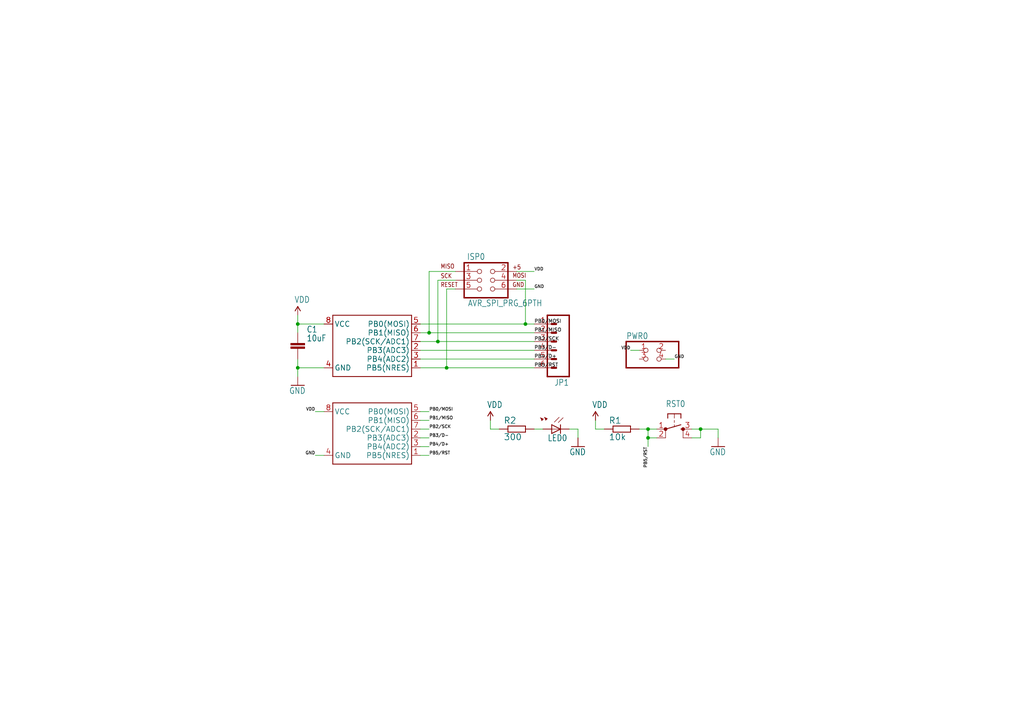
<source format=kicad_sch>
(kicad_sch (version 20250114) (generator "eeschema") (generator_version "9.0")
  (paper "A4")
  (lib_symbols
    (symbol "ATtiny prog board-eagle-import:ATTINY45TINY85-20-DIP"
      (symbol "ATTINY45TINY85-20-DIP_1_0"
        (polyline (pts (xy -12.7 10.16) (xy 10.16 10.16)) (stroke (width 0.254)))
        (polyline (pts (xy -12.7 -7.62) (xy -12.7 10.16)) (stroke (width 0.254)))
        (polyline (pts (xy 10.16 10.16) (xy 10.16 -7.62)) (stroke (width 0.254)))
        (polyline (pts (xy 10.16 -7.62) (xy -12.7 -7.62)) (stroke (width 0.254)))
        (pin bidirectional line (at -15.24 7.62 0) (length 2.54) (name "VCC") (number "8"))
        (pin bidirectional line (at -15.24 -5.08 0) (length 2.54) (name "GND") (number "4"))
        (pin bidirectional line (at 12.7 7.62 180) (length 2.54) (name "PB0(MOSI)") (number "5"))
        (pin bidirectional line (at 12.7 5.08 180) (length 2.54) (name "PB1(MISO)") (number "6"))
        (pin bidirectional line (at 12.7 2.54 180) (length 2.54) (name "PB2(SCK/ADC1)") (number "7"))
        (pin bidirectional line (at 12.7 0 180) (length 2.54) (name "PB3(ADC3)") (number "2"))
        (pin bidirectional line (at 12.7 -2.54 180) (length 2.54) (name "PB4(ADC2)") (number "3"))
        (pin bidirectional line (at 12.7 -5.08 180) (length 2.54) (name "PB5(NRES)") (number "1"))
      )
    )
    (symbol "ATtiny prog board-eagle-import:ATTINY45TINY85-20-SMT"
      (symbol "ATTINY45TINY85-20-SMT_1_0"
        (polyline (pts (xy -12.7 10.16) (xy 10.16 10.16)) (stroke (width 0.254)))
        (polyline (pts (xy -12.7 -7.62) (xy -12.7 10.16)) (stroke (width 0.254)))
        (polyline (pts (xy 10.16 10.16) (xy 10.16 -7.62)) (stroke (width 0.254)))
        (polyline (pts (xy 10.16 -7.62) (xy -12.7 -7.62)) (stroke (width 0.254)))
        (pin bidirectional line (at -15.24 7.62 0) (length 2.54) (name "VCC") (number "8"))
        (pin bidirectional line (at -15.24 -5.08 0) (length 2.54) (name "GND") (number "4"))
        (pin bidirectional line (at 12.7 7.62 180) (length 2.54) (name "PB0(MOSI)") (number "5"))
        (pin bidirectional line (at 12.7 5.08 180) (length 2.54) (name "PB1(MISO)") (number "6"))
        (pin bidirectional line (at 12.7 2.54 180) (length 2.54) (name "PB2(SCK/ADC1)") (number "7"))
        (pin bidirectional line (at 12.7 0 180) (length 2.54) (name "PB3(ADC3)") (number "2"))
        (pin bidirectional line (at 12.7 -2.54 180) (length 2.54) (name "PB4(ADC2)") (number "3"))
        (pin bidirectional line (at 12.7 -5.08 180) (length 2.54) (name "PB5(NRES)") (number "1"))
      )
    )
    (symbol "ATtiny prog board-eagle-import:AVR_SPI_PRG_6PTH"
      (property "Reference" "J" (at -4.318 5.842 0))
      (symbol "AVR_SPI_PRG_6PTH_1_0"
        (polyline (pts (xy -5.08 5.08) (xy -5.08 -5.08)) (stroke (width 0.4064)))
        (polyline (pts (xy -5.08 -5.08) (xy 7.62 -5.08)) (stroke (width 0.4064)))
        (polyline (pts (xy 7.62 5.08) (xy -5.08 5.08)) (stroke (width 0.4064)))
        (polyline (pts (xy 7.62 -5.08) (xy 7.62 5.08)) (stroke (width 0.4064)))
        (text "MISO" (at -11.938 3.302 0) (effects (font (size 1.27 1.0795)) (justify left bottom)))
        (text "SCK" (at -11.938 0.508 0) (effects (font (size 1.27 1.0795)) (justify left bottom)))
        (text "RESET" (at -11.938 -2.032 0) (effects (font (size 1.27 1.0795)) (justify left bottom)))
        (text "+5" (at 8.89 3.048 0) (effects (font (size 1.27 1.0795)) (justify left bottom)))
        (text "MOSI" (at 8.89 0.635 0) (effects (font (size 1.27 1.0795)) (justify left bottom)))
        (text "GND" (at 8.89 -2.032 0) (effects (font (size 1.27 1.0795)) (justify left bottom)))
        (pin passive inverted (at -7.62 2.54 0) (length 7.62) (name "1") (number "1"))
        (pin passive inverted (at -7.62 0 0) (length 7.62) (name "3") (number "3"))
        (pin passive inverted (at -7.62 -2.54 0) (length 7.62) (name "5") (number "5"))
        (pin passive inverted (at 10.16 2.54 180) (length 7.62) (name "2") (number "2"))
        (pin passive inverted (at 10.16 0 180) (length 7.62) (name "4") (number "4"))
        (pin passive inverted (at 10.16 -2.54 180) (length 7.62) (name "6") (number "6"))
      )
    )
    (symbol "ATtiny prog board-eagle-import:CAPACITOR_NPOL-0805"
      (property "Reference" "C" (at 2.54 5.08 0))
      (symbol "CAPACITOR_NPOL-0805_1_0"
        (rectangle (start -2.032 1.524) (end 2.032 2.032) (fill (type outline)))
        (rectangle (start -2.032 0.508) (end 2.032 1.016) (fill (type outline)))
        (polyline (pts (xy 0 2.54) (xy 0 2.032)) (stroke (width 0.1524)))
        (polyline (pts (xy 0 0) (xy 0 0.508)) (stroke (width 0.1524)))
        (pin passive line (at 0 5.08 270) (length 2.54) (name "1") (number "1"))
        (pin passive line (at 0 -2.54 90) (length 2.54) (name "2") (number "2"))
      )
    )
    (symbol "ATtiny prog board-eagle-import:GND" (power)
      (symbol "GND_1_0"
        (polyline (pts (xy -1.905 0) (xy 1.905 0)) (stroke (width 0.254)))
        (pin power_in line (at 0 2.54 270) (length 2.54) (name "GND") (number "1"))
      )
    )
    (symbol "ATtiny prog board-eagle-import:LED-0603"
      (property "Reference" "LED" (at 3.556 -4.572 90))
      (symbol "LED-0603_1_0"
        (polyline (pts (xy -3.429 2.159) (xy -3.048 1.27) (xy -2.54 1.778)) (stroke (width 0.1524)) (fill (type outline)))
        (polyline (pts (xy -3.302 3.302) (xy -2.921 2.413) (xy -2.413 2.921)) (stroke (width 0.1524)) (fill (type outline)))
        (polyline (pts (xy -2.032 -0.762) (xy -3.429 -2.159)) (stroke (width 0.1524)))
        (polyline (pts (xy -1.905 -1.905) (xy -3.302 -3.302)) (stroke (width 0.1524)))
        (polyline (pts (xy 0 0) (xy -1.27 0)) (stroke (width 0.254)))
        (polyline (pts (xy 0 0) (xy 0 -2.54)) (stroke (width 0.1524)))
        (polyline (pts (xy 0 -2.54) (xy -1.27 0)) (stroke (width 0.254)))
        (polyline (pts (xy 0 -2.54) (xy -1.27 -2.54)) (stroke (width 0.254)))
        (polyline (pts (xy 1.27 0) (xy 0 0)) (stroke (width 0.254)))
        (polyline (pts (xy 1.27 0) (xy 0 -2.54)) (stroke (width 0.254)))
        (polyline (pts (xy 1.27 -2.54) (xy 0 -2.54)) (stroke (width 0.254)))
        (pin passive line (at 0 2.54 270) (length 2.54) (name "A") (number "A"))
        (pin passive line (at 0 -5.08 90) (length 2.54) (name "C") (number "C"))
      )
    )
    (symbol "ATtiny prog board-eagle-import:M06SILK_FEMALE_PTH"
      (property "Reference" "JP" (at -5.08 10.922 0))
      (symbol "M06SILK_FEMALE_PTH_1_0"
        (polyline (pts (xy -5.08 10.16) (xy -5.08 -7.62)) (stroke (width 0.4064)))
        (polyline (pts (xy -5.08 10.16) (xy 1.27 10.16)) (stroke (width 0.4064)))
        (polyline (pts (xy -1.27 7.62) (xy 0 7.62)) (stroke (width 0.6096)))
        (polyline (pts (xy -1.27 5.08) (xy 0 5.08)) (stroke (width 0.6096)))
        (polyline (pts (xy -1.27 2.54) (xy 0 2.54)) (stroke (width 0.6096)))
        (polyline (pts (xy -1.27 0) (xy 0 0)) (stroke (width 0.6096)))
        (polyline (pts (xy -1.27 -2.54) (xy 0 -2.54)) (stroke (width 0.6096)))
        (polyline (pts (xy -1.27 -5.08) (xy 0 -5.08)) (stroke (width 0.6096)))
        (polyline (pts (xy 1.27 -7.62) (xy -5.08 -7.62)) (stroke (width 0.4064)))
        (polyline (pts (xy 1.27 -7.62) (xy 1.27 10.16)) (stroke (width 0.4064)))
        (pin passive line (at 5.08 7.62 180) (length 5.08) (name "6") (number "6"))
        (pin passive line (at 5.08 5.08 180) (length 5.08) (name "5") (number "5"))
        (pin passive line (at 5.08 2.54 180) (length 5.08) (name "4") (number "4"))
        (pin passive line (at 5.08 0 180) (length 5.08) (name "3") (number "3"))
        (pin passive line (at 5.08 -2.54 180) (length 5.08) (name "2") (number "2"))
        (pin passive line (at 5.08 -5.08 180) (length 5.08) (name "1") (number "1"))
      )
    )
    (symbol "ATtiny prog board-eagle-import:PINHD-2X2"
      (property "Reference" "JP" (at -8.89 5.715 0))
      (symbol "PINHD-2X2_1_0"
        (polyline (pts (xy -8.89 5.08) (xy -8.89 -2.54)) (stroke (width 0.4064)))
        (polyline (pts (xy -8.89 -2.54) (xy 6.35 -2.54)) (stroke (width 0.4064)))
        (polyline (pts (xy 6.35 5.08) (xy -8.89 5.08)) (stroke (width 0.4064)))
        (polyline (pts (xy 6.35 -2.54) (xy 6.35 5.08)) (stroke (width 0.4064)))
        (pin passive inverted (at -5.08 2.54 0) (length 2.54) (name "1") (number "1"))
        (pin passive inverted (at -5.08 0 0) (length 2.54) (name "3") (number "3"))
        (pin passive inverted (at 2.54 2.54 180) (length 2.54) (name "2") (number "2"))
        (pin passive inverted (at 2.54 0 180) (length 2.54) (name "4") (number "4"))
      )
    )
    (symbol "ATtiny prog board-eagle-import:RESISTOR-0603"
      (property "Reference" "R" (at -3.81 1.4986 0))
      (symbol "RESISTOR-0603_1_0"
        (polyline (pts (xy -2.54 -0.889) (xy -2.54 0.889)) (stroke (width 0.254)))
        (polyline (pts (xy -2.54 -0.889) (xy 2.54 -0.889)) (stroke (width 0.254)))
        (polyline (pts (xy 2.54 0.889) (xy -2.54 0.889)) (stroke (width 0.254)))
        (polyline (pts (xy 2.54 -0.889) (xy 2.54 0.889)) (stroke (width 0.254)))
        (pin passive line (at -5.08 0 0) (length 2.54) (name "1") (number "1"))
        (pin passive line (at 5.08 0 180) (length 2.54) (name "2") (number "2"))
      )
    )
    (symbol "ATtiny prog board-eagle-import:TAC_SWITCHPTH"
      (property "Reference" "S" (at -2.54 6.35 0))
      (symbol "TAC_SWITCHPTH_1_0"
        (circle (center -2.54 0) (radius 0.127) (stroke (width 0.4064)))
        (polyline (pts (xy -2.54 0) (xy 1.905 1.27)) (stroke (width 0.254)))
        (polyline (pts (xy -2.54 -2.54) (xy -2.54 0)) (stroke (width 0.1524)))
        (polyline (pts (xy -1.905 4.445) (xy -1.905 3.175)) (stroke (width 0.254)))
        (polyline (pts (xy 0 4.445) (xy -1.905 4.445)) (stroke (width 0.254)))
        (polyline (pts (xy 0 4.445) (xy 0 3.175)) (stroke (width 0.1524)))
        (polyline (pts (xy 0 2.54) (xy 0 1.905)) (stroke (width 0.1524)))
        (polyline (pts (xy 0 1.27) (xy 0 0.635)) (stroke (width 0.1524)))
        (polyline (pts (xy 1.905 4.445) (xy 0 4.445)) (stroke (width 0.254)))
        (polyline (pts (xy 1.905 4.445) (xy 1.905 3.175)) (stroke (width 0.254)))
        (polyline (pts (xy 1.905 0) (xy 2.54 0)) (stroke (width 0.254)))
        (circle (center 2.54 0) (radius 0.127) (stroke (width 0.4064)))
        (polyline (pts (xy 2.54 -2.54) (xy 2.54 0)) (stroke (width 0.1524)))
        (pin passive line (at -5.08 0 0) (length 2.54) (name "1") (number "1"))
        (pin passive line (at -5.08 -2.54 0) (length 2.54) (name "2") (number "2"))
        (pin passive line (at 5.08 0 180) (length 2.54) (name "3") (number "3"))
        (pin passive line (at 5.08 -2.54 180) (length 2.54) (name "4") (number "4"))
      )
    )
    (symbol "ATtiny prog board-eagle-import:VDD" (power)
      (symbol "VDD_1_0"
        (polyline (pts (xy 0 2.54) (xy -0.762 1.27)) (stroke (width 0.254)))
        (polyline (pts (xy 0.762 1.27) (xy 0 2.54)) (stroke (width 0.254)))
        (pin power_in line (at 0 0 90) (length 2.54) (name "VDD") (number "1"))
      )
    )
  )
  (junction (at 86.36 106.68))
  (junction (at 127 99.06))
  (junction (at 187.96 124.46))
  (junction (at 86.36 93.98))
  (junction (at 124.46 96.52))
  (junction (at 203.2 124.46))
  (junction (at 187.96 127))
  (junction (at 129.54 106.68))
  (junction (at 152.4 93.98))
  (wire (pts (xy 187.96 124.46) (xy 190.5 124.46)) (stroke (width 0.1524)))
  (wire (pts (xy 121.92 127) (xy 124.46 127)) (stroke (width 0.1524)))
  (wire (pts (xy 203.2 124.46) (xy 208.28 124.46)) (stroke (width 0.1524)))
  (wire (pts (xy 121.92 132.08) (xy 124.46 132.08)) (stroke (width 0.1524)))
  (wire (pts (xy 149.86 78.74) (xy 154.94 78.74)) (stroke (width 0.1524)))
  (wire (pts (xy 121.92 119.38) (xy 124.46 119.38)) (stroke (width 0.1524)))
  (wire (pts (xy 149.86 81.28) (xy 152.4 81.28)) (stroke (width 0.1524)))
  (wire (pts (xy 127 99.06) (xy 121.92 99.06)) (stroke (width 0.1524)))
  (wire (pts (xy 132.08 83.82) (xy 129.54 83.82)) (stroke (width 0.1524)))
  (wire (pts (xy 127 81.28) (xy 127 99.06)) (stroke (width 0.1524)))
  (wire (pts (xy 121.92 121.92) (xy 124.46 121.92)) (stroke (width 0.1524)))
  (wire (pts (xy 132.08 78.74) (xy 124.46 78.74)) (stroke (width 0.1524)))
  (wire (pts (xy 152.4 93.98) (xy 121.92 93.98)) (stroke (width 0.1524)))
  (wire (pts (xy 187.96 127) (xy 187.96 124.46)) (stroke (width 0.1524)))
  (wire (pts (xy 144.78 124.46) (xy 142.24 124.46)) (stroke (width 0.1524)))
  (wire (pts (xy 132.08 81.28) (xy 127 81.28)) (stroke (width 0.1524)))
  (wire (pts (xy 187.96 127) (xy 187.96 129.54)) (stroke (width 0.1524)))
  (wire (pts (xy 190.5 127) (xy 187.96 127)) (stroke (width 0.1524)))
  (wire (pts (xy 93.98 93.98) (xy 86.36 93.98)) (stroke (width 0.1524)))
  (wire (pts (xy 154.94 93.98) (xy 152.4 93.98)) (stroke (width 0.1524)))
  (wire (pts (xy 200.66 127) (xy 203.2 127)) (stroke (width 0.1524)))
  (wire (pts (xy 203.2 124.46) (xy 200.66 124.46)) (stroke (width 0.1524)))
  (wire (pts (xy 154.94 124.46) (xy 157.48 124.46)) (stroke (width 0.1524)))
  (wire (pts (xy 142.24 124.46) (xy 142.24 121.92)) (stroke (width 0.1524)))
  (wire (pts (xy 93.98 106.68) (xy 86.36 106.68)) (stroke (width 0.1524)))
  (wire (pts (xy 93.98 119.38) (xy 91.44 119.38)) (stroke (width 0.1524)))
  (wire (pts (xy 185.42 101.6) (xy 182.88 101.6)) (stroke (width 0.1524)))
  (wire (pts (xy 167.64 124.46) (xy 167.64 127)) (stroke (width 0.1524)))
  (wire (pts (xy 124.46 96.52) (xy 121.92 96.52)) (stroke (width 0.1524)))
  (wire (pts (xy 154.94 96.52) (xy 124.46 96.52)) (stroke (width 0.1524)))
  (wire (pts (xy 208.28 124.46) (xy 208.28 127)) (stroke (width 0.1524)))
  (wire (pts (xy 165.1 124.46) (xy 167.64 124.46)) (stroke (width 0.1524)))
  (wire (pts (xy 124.46 78.74) (xy 124.46 96.52)) (stroke (width 0.1524)))
  (wire (pts (xy 175.26 124.46) (xy 172.72 124.46)) (stroke (width 0.1524)))
  (wire (pts (xy 93.98 132.08) (xy 91.44 132.08)) (stroke (width 0.1524)))
  (wire (pts (xy 203.2 127) (xy 203.2 124.46)) (stroke (width 0.1524)))
  (wire (pts (xy 154.94 99.06) (xy 127 99.06)) (stroke (width 0.1524)))
  (wire (pts (xy 129.54 83.82) (xy 129.54 106.68)) (stroke (width 0.1524)))
  (wire (pts (xy 185.42 124.46) (xy 187.96 124.46)) (stroke (width 0.1524)))
  (wire (pts (xy 86.36 104.14) (xy 86.36 106.68)) (stroke (width 0.1524)))
  (wire (pts (xy 149.86 83.82) (xy 154.94 83.82)) (stroke (width 0.1524)))
  (wire (pts (xy 193.04 104.14) (xy 195.58 104.14)) (stroke (width 0.1524)))
  (wire (pts (xy 86.36 93.98) (xy 86.36 96.52)) (stroke (width 0.1524)))
  (wire (pts (xy 86.36 106.68) (xy 86.36 109.22)) (stroke (width 0.1524)))
  (wire (pts (xy 121.92 129.54) (xy 124.46 129.54)) (stroke (width 0.1524)))
  (wire (pts (xy 154.94 104.14) (xy 121.92 104.14)) (stroke (width 0.1524)))
  (wire (pts (xy 121.92 124.46) (xy 124.46 124.46)) (stroke (width 0.1524)))
  (wire (pts (xy 129.54 106.68) (xy 121.92 106.68)) (stroke (width 0.1524)))
  (wire (pts (xy 152.4 81.28) (xy 152.4 93.98)) (stroke (width 0.1524)))
  (wire (pts (xy 154.94 106.68) (xy 129.54 106.68)) (stroke (width 0.1524)))
  (wire (pts (xy 154.94 101.6) (xy 121.92 101.6)) (stroke (width 0.1524)))
  (wire (pts (xy 172.72 124.46) (xy 172.72 121.92)) (stroke (width 0.1524)))
  (wire (pts (xy 86.36 93.98) (xy 86.36 91.44)) (stroke (width 0.1524)))
  (label "VDD" (at 154.94 78.74 0) (effects (font (size 0.889 0.889))))
  (label "PB2/SCK" (at 154.94 99.06 0) (effects (font (size 1.016 1.016))))
  (label "PB1/MISO" (at 154.94 96.52 0) (effects (font (size 1.016 1.016))))
  (label "PB4/D+" (at 124.46 129.54 0) (effects (font (size 0.889 0.889))))
  (label "PB3/D-" (at 154.94 101.6 0) (effects (font (size 1.016 1.016))))
  (label "VDD" (at 91.44 119.38 180) (effects (font (size 0.889 0.889))))
  (label "PB0/MOSI" (at 124.46 119.38 0) (effects (font (size 0.889 0.889))))
  (label "PB5/RST" (at 154.94 106.68 0) (effects (font (size 1.016 1.016))))
  (label "GND" (at 91.44 132.08 180) (effects (font (size 0.889 0.889))))
  (label "PB0/MOSI" (at 154.94 93.98 0) (effects (font (size 1.016 1.016))))
  (label "PB5/RST" (at 124.46 132.08 0) (effects (font (size 0.889 0.889))))
  (label "GND" (at 154.94 83.82 0) (effects (font (size 0.889 0.889))))
  (label "PB5/RST" (at 187.96 129.54 270) (effects (font (size 0.889 0.889))))
  (label "VDD" (at 182.88 101.6 180) (effects (font (size 0.889 0.889))))
  (label "GND" (at 195.58 104.14 0) (effects (font (size 0.889 0.889))))
  (label "PB3/D-" (at 124.46 127 0) (effects (font (size 0.889 0.889))))
  (label "PB4/D+" (at 154.94 104.14 0) (effects (font (size 1.016 1.016))))
  (label "PB2/SCK" (at 124.46 124.46 0) (effects (font (size 0.889 0.889))))
  (label "PB1/MISO" (at 124.46 121.92 0) (effects (font (size 0.889 0.889))))
  (symbol (lib_id "ATtiny prog board-eagle-import:VDD") (at 142.24 121.92 0) (unit 1)
    (property "Reference" "#SUPPLY3" (effects (hide yes)))
    (property "Value" "VDD" (at 141.224 118.364 0) (effects (font (size 1.778 1.5113)) (justify left bottom)))
  )
  (symbol (lib_id "ATtiny prog board-eagle-import:LED-0603") (at 160.02 124.46 90) (mirror x) (unit 1)
    (property "Reference" "LED0" (at 164.592 128.016 90) (effects (font (size 1.778 1.5113)) (justify left bottom)))
    (property "Value" "LED-0603" (effects (hide yes)))
    (property "Footprint" "ATtiny prog board:LED-603" (effects (hide yes)))
  )
  (symbol (lib_id "ATtiny prog board-eagle-import:PINHD-2X2") (at 190.5 104.14 0) (unit 1)
    (property "Reference" "PWR0" (at 181.61 98.425 0) (effects (font (size 1.778 1.5113)) (justify left bottom)))
    (property "Value" "PINHD-2X2" (effects (hide yes)))
    (property "Footprint" "ATtiny prog board:2X02" (effects (hide yes)))
  )
  (symbol (lib_id "ATtiny prog board-eagle-import:M06SILK_FEMALE_PTH") (at 160.02 99.06 180) (unit 1)
    (property "Reference" "JP1" (at 165.1 109.982 0) (effects (font (size 1.778 1.5113)) (justify left bottom)))
    (property "Value" "M06SILK_FEMALE_PTH" (effects (hide yes)))
    (property "Footprint" "ATtiny prog board:1X06" (effects (hide yes)))
  )
  (symbol (lib_id "ATtiny prog board-eagle-import:GND") (at 86.36 111.76 0) (unit 1)
    (property "Reference" "#GND1" (effects (hide yes)))
    (property "Value" "GND" (at 83.82 114.3 0) (effects (font (size 1.778 1.5113)) (justify left bottom)))
  )
  (symbol (lib_id "ATtiny prog board-eagle-import:TAC_SWITCHPTH") (at 195.58 124.46 0) (unit 1)
    (property "Reference" "RST0" (at 193.04 118.11 0) (effects (font (size 1.778 1.5113)) (justify left bottom)))
    (property "Value" "TAC_SWITCHPTH" (effects (hide yes)))
    (property "Footprint" "ATtiny prog board:TACTILE-PTH" (effects (hide yes)))
  )
  (symbol (lib_id "ATtiny prog board-eagle-import:GND") (at 167.64 129.54 0) (unit 1)
    (property "Reference" "#GND3" (effects (hide yes)))
    (property "Value" "GND" (at 165.1 132.08 0) (effects (font (size 1.778 1.5113)) (justify left bottom)))
  )
  (symbol (lib_id "ATtiny prog board-eagle-import:GND") (at 208.28 129.54 0) (unit 1)
    (property "Reference" "#GND2" (effects (hide yes)))
    (property "Value" "GND" (at 205.74 132.08 0) (effects (font (size 1.778 1.5113)) (justify left bottom)))
  )
  (symbol (lib_id "ATtiny prog board-eagle-import:ATTINY45TINY85-20-DIP") (at 109.22 101.6 0) (unit 1)
    (property "Reference" "DIP0" (effects (hide yes)))
    (property "Value" "ATTINY45TINY85-20-DIP" (effects (hide yes)))
    (property "Footprint" "ATtiny prog board:DIP08" (effects (hide yes)))
  )
  (symbol (lib_id "ATtiny prog board-eagle-import:ATTINY45TINY85-20-SMT") (at 109.22 127 0) (unit 1)
    (property "Reference" "SMD0" (effects (hide yes)))
    (property "Value" "ATTINY45TINY85-20-SMT" (effects (hide yes)))
    (property "Footprint" "ATtiny prog board:SO08-EIAJ" (effects (hide yes)))
  )
  (symbol (lib_id "ATtiny prog board-eagle-import:RESISTOR-0603") (at 149.86 124.46 0) (unit 1)
    (property "Reference" "R2" (at 146.05 122.9614 0) (effects (font (size 1.778 1.778)) (justify left bottom)))
    (property "Value" "300" (at 146.05 127.762 0) (effects (font (size 1.778 1.778)) (justify left bottom)))
    (property "Footprint" "ATtiny prog board:R603" (effects (hide yes)))
  )
  (symbol (lib_id "ATtiny prog board-eagle-import:CAPACITOR_NPOL-0805") (at 86.36 101.6 0) (unit 1)
    (property "Reference" "C1" (at 88.9 96.52 0) (effects (font (size 1.778 1.5113)) (justify left bottom)))
    (property "Value" "10uF" (at 88.9 99.06 0) (effects (font (size 1.778 1.5113)) (justify left bottom)))
    (property "Footprint" "ATtiny prog board:C805" (effects (hide yes)))
  )
  (symbol (lib_id "ATtiny prog board-eagle-import:VDD") (at 172.72 121.92 0) (unit 1)
    (property "Reference" "#SUPPLY2" (effects (hide yes)))
    (property "Value" "VDD" (at 171.704 118.364 0) (effects (font (size 1.778 1.5113)) (justify left bottom)))
  )
  (symbol (lib_id "ATtiny prog board-eagle-import:RESISTOR-0603") (at 180.34 124.46 0) (unit 1)
    (property "Reference" "R1" (at 176.53 122.9614 0) (effects (font (size 1.778 1.778)) (justify left bottom)))
    (property "Value" "10k" (at 176.53 127.762 0) (effects (font (size 1.778 1.778)) (justify left bottom)))
    (property "Footprint" "ATtiny prog board:R603" (effects (hide yes)))
  )
  (symbol (lib_id "ATtiny prog board-eagle-import:AVR_SPI_PRG_6PTH") (at 139.7 81.28 0) (unit 1)
    (property "Reference" "ISP0" (at 135.382 75.438 0) (effects (font (size 1.778 1.5113)) (justify left bottom)))
    (property "Value" "AVR_SPI_PRG_6PTH" (at 135.636 88.9 0) (effects (font (size 1.778 1.5113)) (justify left bottom)))
    (property "Footprint" "ATtiny prog board:2X3" (effects (hide yes)))
  )
  (symbol (lib_id "ATtiny prog board-eagle-import:VDD") (at 86.36 91.44 0) (unit 1)
    (property "Reference" "#SUPPLY1" (effects (hide yes)))
    (property "Value" "VDD" (at 85.344 87.884 0) (effects (font (size 1.778 1.5113)) (justify left bottom)))
  )
)
</source>
